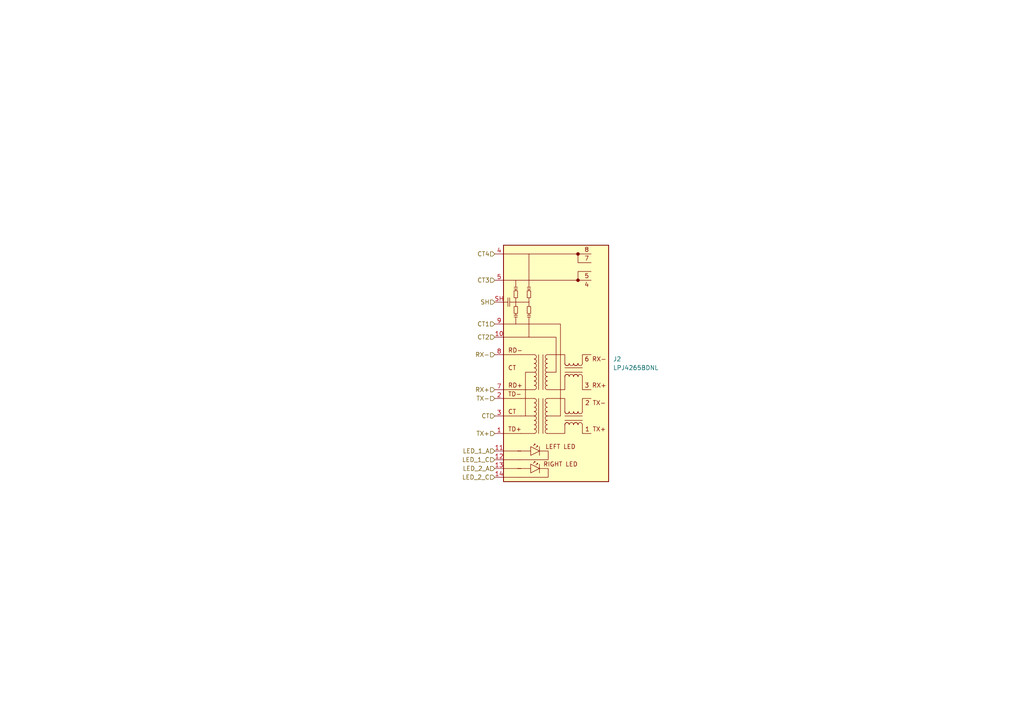
<source format=kicad_sch>
(kicad_sch (version 20230121) (generator eeschema)

  (uuid 1895faed-13c7-4877-930c-ef39a1d7419c)

  (paper "A4")

  (lib_symbols
    (symbol "b135:LPJ4265BDNL" (pin_names (offset 1.016) hide) (in_bom yes) (on_board yes)
      (property "Reference" "J" (at 0 -38.1 0)
        (effects (font (size 1.27 1.27)))
      )
      (property "Value" "LPJ4265BDNL" (at 0 -35.56 0)
        (effects (font (size 1.27 1.27)))
      )
      (property "Footprint" "b135:LPJ4265BDNL" (at 0 35.56 0)
        (effects (font (size 1.27 1.27)) hide)
      )
      (property "Datasheet" "" (at -3.81 -21.59 0)
        (effects (font (size 1.27 1.27)) hide)
      )
      (property "ki_keywords" "single port ethernet transformer poe center-tap" (at 0 0 0)
        (effects (font (size 1.27 1.27)) hide)
      )
      (property "ki_description" "LPJ4265BDNL" (at 0 0 0)
        (effects (font (size 1.27 1.27)) hide)
      )
      (property "ki_fp_filters" "RJ45*Abracon*ARJP11A?MA*" (at 0 0 0)
        (effects (font (size 1.27 1.27)) hide)
      )
      (symbol "LPJ4265BDNL_0_0"
        (rectangle (start -15.24 -34.29) (end 15.24 34.29)
          (stroke (width 0.254) (type default))
          (fill (type background))
        )
        (polyline
          (pts
            (xy -15.24 -33.02)
            (xy -10.16 -33.02)
          )
          (stroke (width 0) (type default))
          (fill (type none))
        )
        (polyline
          (pts
            (xy -15.24 -30.48)
            (xy -10.16 -30.48)
          )
          (stroke (width 0) (type default))
          (fill (type none))
        )
        (polyline
          (pts
            (xy -15.24 -27.94)
            (xy -10.16 -27.94)
          )
          (stroke (width 0) (type default))
          (fill (type none))
        )
        (polyline
          (pts
            (xy -15.24 -25.4)
            (xy -10.16 -25.4)
          )
          (stroke (width 0) (type default))
          (fill (type none))
        )
        (polyline
          (pts
            (xy -15.24 -20.32)
            (xy -10.16 -20.32)
          )
          (stroke (width 0) (type default))
          (fill (type none))
        )
        (polyline
          (pts
            (xy -15.24 -15.24)
            (xy -10.16 -15.24)
          )
          (stroke (width 0) (type default))
          (fill (type none))
        )
        (polyline
          (pts
            (xy -15.24 -10.16)
            (xy -10.16 -10.16)
          )
          (stroke (width 0) (type default))
          (fill (type none))
        )
        (polyline
          (pts
            (xy -15.24 -7.62)
            (xy -10.16 -7.62)
          )
          (stroke (width 0) (type default))
          (fill (type none))
        )
        (polyline
          (pts
            (xy -15.24 2.54)
            (xy -10.16 2.54)
          )
          (stroke (width 0) (type default))
          (fill (type none))
        )
        (polyline
          (pts
            (xy -15.24 24.13)
            (xy 10.16 24.13)
          )
          (stroke (width 0) (type default))
          (fill (type none))
        )
        (polyline
          (pts
            (xy -15.24 31.75)
            (xy 10.16 31.75)
          )
          (stroke (width 0) (type default))
          (fill (type none))
        )
        (polyline
          (pts
            (xy -11.176 -25.4)
            (xy -7.366 -25.4)
          )
          (stroke (width 0) (type default))
          (fill (type none))
        )
        (polyline
          (pts
            (xy 6.35 24.13)
            (xy 6.35 26.67)
            (xy 10.16 26.67)
          )
          (stroke (width 0) (type default))
          (fill (type none))
        )
        (polyline
          (pts
            (xy 6.35 31.75)
            (xy 6.35 29.21)
            (xy 10.16 29.21)
          )
          (stroke (width 0) (type default))
          (fill (type none))
        )
        (polyline
          (pts
            (xy -4.826 -25.4)
            (xy -2.286 -25.4)
            (xy -2.286 -27.94)
            (xy -11.176 -27.94)
          )
          (stroke (width 0) (type default))
          (fill (type none))
        )
        (text "1 TX+" (at 11.43 -19.05 0)
          (effects (font (size 1.27 1.27)))
        )
        (text "2 TX-" (at 11.43 -11.43 0)
          (effects (font (size 1.27 1.27)))
        )
        (text "3 RX+" (at 11.43 -6.35 0)
          (effects (font (size 1.27 1.27)))
        )
        (text "4" (at 8.89 22.86 0)
          (effects (font (size 1.27 1.27)))
        )
        (text "5" (at 8.89 25.4 0)
          (effects (font (size 1.27 1.27)))
        )
        (text "6 RX-" (at 11.43 1.27 0)
          (effects (font (size 1.27 1.27)))
        )
        (text "7" (at 8.89 30.48 0)
          (effects (font (size 1.27 1.27)))
        )
        (text "8" (at 8.89 33.02 0)
          (effects (font (size 1.27 1.27)))
        )
        (text "CT" (at -13.97 -1.27 0)
          (effects (font (size 1.27 1.27)) (justify left))
        )
        (text "LEFT LED" (at 1.27 -24.13 0)
          (effects (font (size 1.27 1.27)))
        )
        (text "RD-" (at -13.97 3.81 0)
          (effects (font (size 1.27 1.27)) (justify left))
        )
      )
      (symbol "LPJ4265BDNL_0_1"
        (arc (start -6.35 -16.51) (mid -5.7177 -15.875) (end -6.35 -15.24)
          (stroke (width 0) (type default))
          (fill (type none))
        )
        (arc (start -6.35 -15.24) (mid -5.7177 -14.605) (end -6.35 -13.97)
          (stroke (width 0) (type default))
          (fill (type none))
        )
        (arc (start -6.35 -13.97) (mid -6.35 -13.97) (end -6.35 -13.97)
          (stroke (width 0) (type default))
          (fill (type none))
        )
        (arc (start -6.35 -11.43) (mid -5.7177 -10.795) (end -6.35 -10.16)
          (stroke (width 0) (type default))
          (fill (type none))
        )
        (polyline
          (pts
            (xy -15.24 17.78)
            (xy -13.97 17.78)
          )
          (stroke (width 0) (type default))
          (fill (type none))
        )
        (polyline
          (pts
            (xy -13.97 19.05)
            (xy -13.97 16.51)
          )
          (stroke (width 0) (type default))
          (fill (type none))
        )
        (polyline
          (pts
            (xy -13.462 17.78)
            (xy -7.874 17.78)
          )
          (stroke (width 0) (type default))
          (fill (type none))
        )
        (polyline
          (pts
            (xy -13.462 19.05)
            (xy -13.462 16.51)
          )
          (stroke (width 0) (type default))
          (fill (type none))
        )
        (polyline
          (pts
            (xy -12.192 22.098)
            (xy -11.176 22.098)
          )
          (stroke (width 0) (type default))
          (fill (type none))
        )
        (polyline
          (pts
            (xy -11.684 13.462)
            (xy -11.684 11.43)
          )
          (stroke (width 0) (type default))
          (fill (type none))
        )
        (polyline
          (pts
            (xy -11.684 22.098)
            (xy -11.684 24.13)
          )
          (stroke (width 0) (type default))
          (fill (type none))
        )
        (polyline
          (pts
            (xy -11.176 13.462)
            (xy -12.192 13.462)
          )
          (stroke (width 0) (type default))
          (fill (type none))
        )
        (polyline
          (pts
            (xy -8.382 22.098)
            (xy -7.366 22.098)
          )
          (stroke (width 0) (type default))
          (fill (type none))
        )
        (polyline
          (pts
            (xy -7.874 13.462)
            (xy -7.874 7.62)
          )
          (stroke (width 0) (type default))
          (fill (type none))
        )
        (polyline
          (pts
            (xy -7.874 22.098)
            (xy -7.874 31.75)
          )
          (stroke (width 0) (type default))
          (fill (type none))
        )
        (polyline
          (pts
            (xy -7.366 13.462)
            (xy -8.382 13.462)
          )
          (stroke (width 0) (type default))
          (fill (type none))
        )
        (polyline
          (pts
            (xy -6.35 -20.32)
            (xy -10.16 -20.32)
          )
          (stroke (width 0) (type default))
          (fill (type none))
        )
        (polyline
          (pts
            (xy -6.35 -15.24)
            (xy -10.16 -15.24)
          )
          (stroke (width 0) (type default))
          (fill (type none))
        )
        (polyline
          (pts
            (xy -6.35 -10.16)
            (xy -10.16 -10.16)
          )
          (stroke (width 0) (type default))
          (fill (type none))
        )
        (polyline
          (pts
            (xy -6.35 -7.62)
            (xy -10.16 -7.62)
          )
          (stroke (width 0) (type default))
          (fill (type none))
        )
        (polyline
          (pts
            (xy -6.35 2.54)
            (xy -10.16 2.54)
          )
          (stroke (width 0) (type default))
          (fill (type none))
        )
        (polyline
          (pts
            (xy -6.096 -28.448)
            (xy -6.35 -28.448)
          )
          (stroke (width 0) (type default))
          (fill (type none))
        )
        (polyline
          (pts
            (xy -5.334 -28.956)
            (xy -5.588 -28.956)
          )
          (stroke (width 0) (type default))
          (fill (type none))
        )
        (polyline
          (pts
            (xy -4.826 -24.13)
            (xy -4.826 -26.67)
          )
          (stroke (width 0) (type default))
          (fill (type none))
        )
        (polyline
          (pts
            (xy -2.54 -15.24)
            (xy 1.27 -15.24)
          )
          (stroke (width 0) (type default))
          (fill (type none))
        )
        (polyline
          (pts
            (xy -6.604 -28.956)
            (xy -6.096 -28.448)
            (xy -6.096 -28.702)
          )
          (stroke (width 0) (type default))
          (fill (type none))
        )
        (polyline
          (pts
            (xy -6.35 -2.54)
            (xy -8.89 -2.54)
            (xy -8.89 -15.24)
          )
          (stroke (width 0) (type default))
          (fill (type none))
        )
        (polyline
          (pts
            (xy -5.842 -29.464)
            (xy -5.334 -28.956)
            (xy -5.334 -29.21)
          )
          (stroke (width 0) (type default))
          (fill (type none))
        )
        (polyline
          (pts
            (xy -2.54 -2.54)
            (xy -1.27 -2.54)
            (xy 0 -2.54)
          )
          (stroke (width 0) (type default))
          (fill (type none))
        )
        (polyline
          (pts
            (xy 0 -2.54)
            (xy 0 7.62)
            (xy -15.24 7.62)
          )
          (stroke (width 0) (type default))
          (fill (type none))
        )
        (polyline
          (pts
            (xy 1.27 -15.24)
            (xy 1.27 11.43)
            (xy -15.24 11.43)
          )
          (stroke (width 0) (type default))
          (fill (type none))
        )
        (polyline
          (pts
            (xy -11.684 14.478)
            (xy -11.684 13.97)
            (xy -12.192 13.97)
            (xy -11.176 13.97)
          )
          (stroke (width 0) (type default))
          (fill (type none))
        )
        (polyline
          (pts
            (xy -11.684 21.082)
            (xy -11.684 21.59)
            (xy -11.176 21.59)
            (xy -12.192 21.59)
          )
          (stroke (width 0) (type default))
          (fill (type none))
        )
        (polyline
          (pts
            (xy -7.874 14.478)
            (xy -7.874 13.97)
            (xy -8.382 13.97)
            (xy -7.366 13.97)
          )
          (stroke (width 0) (type default))
          (fill (type none))
        )
        (polyline
          (pts
            (xy -7.874 21.082)
            (xy -7.874 21.59)
            (xy -7.366 21.59)
            (xy -8.382 21.59)
          )
          (stroke (width 0) (type default))
          (fill (type none))
        )
        (polyline
          (pts
            (xy -7.366 -24.13)
            (xy -7.366 -26.67)
            (xy -4.826 -25.4)
            (xy -7.366 -24.13)
          )
          (stroke (width 0) (type default))
          (fill (type none))
        )
        (polyline
          (pts
            (xy -11.684 17.78)
            (xy -11.684 16.51)
            (xy -11.176 16.51)
            (xy -11.176 14.478)
            (xy -12.192 14.478)
            (xy -12.192 16.51)
            (xy -11.684 16.51)
          )
          (stroke (width 0) (type default))
          (fill (type none))
        )
        (polyline
          (pts
            (xy -11.684 17.78)
            (xy -11.684 19.05)
            (xy -12.192 19.05)
            (xy -12.192 21.082)
            (xy -11.176 21.082)
            (xy -11.176 19.05)
            (xy -11.684 19.05)
          )
          (stroke (width 0) (type default))
          (fill (type none))
        )
        (polyline
          (pts
            (xy -7.874 17.78)
            (xy -7.874 16.51)
            (xy -7.366 16.51)
            (xy -7.366 14.478)
            (xy -8.382 14.478)
            (xy -8.382 16.51)
            (xy -7.874 16.51)
          )
          (stroke (width 0) (type default))
          (fill (type none))
        )
        (polyline
          (pts
            (xy -7.874 17.78)
            (xy -7.874 19.05)
            (xy -8.382 19.05)
            (xy -8.382 21.082)
            (xy -7.366 21.082)
            (xy -7.366 19.05)
            (xy -7.874 19.05)
          )
          (stroke (width 0) (type default))
          (fill (type none))
        )
      )
      (symbol "LPJ4265BDNL_1_1"
        (arc (start -6.35 -20.32) (mid -5.7177 -19.685) (end -6.35 -19.05)
          (stroke (width 0) (type default))
          (fill (type none))
        )
        (arc (start -6.35 -19.05) (mid -5.7177 -18.415) (end -6.35 -17.78)
          (stroke (width 0) (type default))
          (fill (type none))
        )
        (arc (start -6.35 -17.78) (mid -6.35 -17.78) (end -6.35 -17.78)
          (stroke (width 0) (type default))
          (fill (type none))
        )
        (arc (start -6.35 -17.78) (mid -5.7177 -17.145) (end -6.35 -16.51)
          (stroke (width 0) (type default))
          (fill (type none))
        )
        (arc (start -6.35 -13.97) (mid -5.7177 -13.335) (end -6.35 -12.7)
          (stroke (width 0) (type default))
          (fill (type none))
        )
        (arc (start -6.35 -12.7) (mid -5.7177 -12.065) (end -6.35 -11.43)
          (stroke (width 0) (type default))
          (fill (type none))
        )
        (arc (start -6.35 -7.62) (mid -5.7177 -6.985) (end -6.35 -6.35)
          (stroke (width 0) (type default))
          (fill (type none))
        )
        (arc (start -6.35 -6.35) (mid -5.7177 -5.715) (end -6.35 -5.08)
          (stroke (width 0) (type default))
          (fill (type none))
        )
        (arc (start -6.35 -5.08) (mid -6.35 -5.08) (end -6.35 -5.08)
          (stroke (width 0) (type default))
          (fill (type none))
        )
        (arc (start -6.35 -5.08) (mid -5.7177 -4.445) (end -6.35 -3.81)
          (stroke (width 0) (type default))
          (fill (type none))
        )
        (arc (start -6.35 -3.81) (mid -6.35 -3.81) (end -6.35 -3.81)
          (stroke (width 0) (type default))
          (fill (type none))
        )
        (arc (start -6.35 -3.81) (mid -5.7177 -3.175) (end -6.35 -2.54)
          (stroke (width 0) (type default))
          (fill (type none))
        )
        (arc (start -6.35 -2.54) (mid -5.7177 -1.905) (end -6.35 -1.27)
          (stroke (width 0) (type default))
          (fill (type none))
        )
        (arc (start -6.35 -1.27) (mid -5.7177 -0.635) (end -6.35 0)
          (stroke (width 0) (type default))
          (fill (type none))
        )
        (arc (start -6.35 0) (mid -5.7177 0.635) (end -6.35 1.27)
          (stroke (width 0) (type default))
          (fill (type none))
        )
        (arc (start -6.35 1.27) (mid -6.35 1.27) (end -6.35 1.27)
          (stroke (width 0) (type default))
          (fill (type none))
        )
        (arc (start -6.35 1.27) (mid -5.7177 1.905) (end -6.35 2.54)
          (stroke (width 0) (type default))
          (fill (type none))
        )
        (arc (start -2.54 -19.05) (mid -3.1723 -19.685) (end -2.54 -20.32)
          (stroke (width 0) (type default))
          (fill (type none))
        )
        (arc (start -2.54 -19.05) (mid -2.54 -19.05) (end -2.54 -19.05)
          (stroke (width 0) (type default))
          (fill (type none))
        )
        (arc (start -2.54 -17.78) (mid -3.1723 -18.415) (end -2.54 -19.05)
          (stroke (width 0) (type default))
          (fill (type none))
        )
        (arc (start -2.54 -16.51) (mid -3.1723 -17.145) (end -2.54 -17.78)
          (stroke (width 0) (type default))
          (fill (type none))
        )
        (arc (start -2.54 -15.24) (mid -3.1723 -15.875) (end -2.54 -16.51)
          (stroke (width 0) (type default))
          (fill (type none))
        )
        (arc (start -2.54 -15.24) (mid -2.54 -15.24) (end -2.54 -15.24)
          (stroke (width 0) (type default))
          (fill (type none))
        )
        (arc (start -2.54 -13.97) (mid -3.1723 -14.605) (end -2.54 -15.24)
          (stroke (width 0) (type default))
          (fill (type none))
        )
        (arc (start -2.54 -12.7) (mid -3.1723 -13.335) (end -2.54 -13.97)
          (stroke (width 0) (type default))
          (fill (type none))
        )
        (arc (start -2.54 -11.43) (mid -3.1723 -12.065) (end -2.54 -12.7)
          (stroke (width 0) (type default))
          (fill (type none))
        )
        (arc (start -2.54 -10.16) (mid -3.1723 -10.795) (end -2.54 -11.43)
          (stroke (width 0) (type default))
          (fill (type none))
        )
        (arc (start -2.54 -6.35) (mid -3.1723 -6.985) (end -2.54 -7.62)
          (stroke (width 0) (type default))
          (fill (type none))
        )
        (arc (start -2.54 -6.35) (mid -2.54 -6.35) (end -2.54 -6.35)
          (stroke (width 0) (type default))
          (fill (type none))
        )
        (arc (start -2.54 -5.08) (mid -3.1723 -5.715) (end -2.54 -6.35)
          (stroke (width 0) (type default))
          (fill (type none))
        )
        (arc (start -2.54 -3.81) (mid -3.1723 -4.445) (end -2.54 -5.08)
          (stroke (width 0) (type default))
          (fill (type none))
        )
        (arc (start -2.54 -3.81) (mid -2.54 -3.81) (end -2.54 -3.81)
          (stroke (width 0) (type default))
          (fill (type none))
        )
        (arc (start -2.54 -2.54) (mid -3.1723 -3.175) (end -2.54 -3.81)
          (stroke (width 0) (type default))
          (fill (type none))
        )
        (arc (start -2.54 -1.27) (mid -3.1723 -1.905) (end -2.54 -2.54)
          (stroke (width 0) (type default))
          (fill (type none))
        )
        (arc (start -2.54 0) (mid -3.1723 -0.635) (end -2.54 -1.27)
          (stroke (width 0) (type default))
          (fill (type none))
        )
        (arc (start -2.54 0) (mid -2.54 0) (end -2.54 0)
          (stroke (width 0) (type default))
          (fill (type none))
        )
        (arc (start -2.54 1.27) (mid -3.1723 0.635) (end -2.54 0)
          (stroke (width 0) (type default))
          (fill (type none))
        )
        (arc (start -2.54 2.54) (mid -3.1723 1.905) (end -2.54 1.27)
          (stroke (width 0) (type default))
          (fill (type none))
        )
        (polyline
          (pts
            (xy -11.176 -30.48)
            (xy -7.366 -30.48)
          )
          (stroke (width 0) (type default))
          (fill (type none))
        )
        (polyline
          (pts
            (xy -6.096 -23.368)
            (xy -6.35 -23.368)
          )
          (stroke (width 0) (type default))
          (fill (type none))
        )
        (polyline
          (pts
            (xy -5.334 -23.876)
            (xy -5.588 -23.876)
          )
          (stroke (width 0) (type default))
          (fill (type none))
        )
        (polyline
          (pts
            (xy -5.08 -10.16)
            (xy -5.08 -20.32)
          )
          (stroke (width 0) (type default))
          (fill (type none))
        )
        (polyline
          (pts
            (xy -5.08 2.54)
            (xy -5.08 -7.62)
          )
          (stroke (width 0) (type default))
          (fill (type none))
        )
        (polyline
          (pts
            (xy -4.826 -29.21)
            (xy -4.826 -31.75)
          )
          (stroke (width 0) (type default))
          (fill (type none))
        )
        (polyline
          (pts
            (xy -3.81 -20.32)
            (xy -3.81 -10.16)
          )
          (stroke (width 0) (type default))
          (fill (type none))
        )
        (polyline
          (pts
            (xy -3.81 -7.62)
            (xy -3.81 2.54)
          )
          (stroke (width 0) (type default))
          (fill (type none))
        )
        (polyline
          (pts
            (xy 2.54 -16.51)
            (xy 7.62 -16.51)
          )
          (stroke (width 0) (type default))
          (fill (type none))
        )
        (polyline
          (pts
            (xy 2.54 -2.54)
            (xy 7.62 -2.54)
          )
          (stroke (width 0) (type default))
          (fill (type none))
        )
        (polyline
          (pts
            (xy 7.62 -15.24)
            (xy 2.54 -15.24)
          )
          (stroke (width 0) (type default))
          (fill (type none))
        )
        (polyline
          (pts
            (xy 7.62 -1.27)
            (xy 2.54 -1.27)
          )
          (stroke (width 0) (type default))
          (fill (type none))
        )
        (polyline
          (pts
            (xy -6.604 -23.876)
            (xy -6.096 -23.368)
            (xy -6.096 -23.622)
          )
          (stroke (width 0) (type default))
          (fill (type none))
        )
        (polyline
          (pts
            (xy -5.842 -24.384)
            (xy -5.334 -23.876)
            (xy -5.334 -24.13)
          )
          (stroke (width 0) (type default))
          (fill (type none))
        )
        (polyline
          (pts
            (xy -2.54 -10.16)
            (xy 2.54 -10.16)
            (xy 2.54 -13.97)
          )
          (stroke (width 0) (type default))
          (fill (type none))
        )
        (polyline
          (pts
            (xy -2.54 -7.62)
            (xy 2.54 -7.62)
            (xy 2.54 -3.81)
          )
          (stroke (width 0) (type default))
          (fill (type none))
        )
        (polyline
          (pts
            (xy -2.54 2.54)
            (xy 2.54 2.54)
            (xy 2.54 0)
          )
          (stroke (width 0) (type default))
          (fill (type none))
        )
        (polyline
          (pts
            (xy 2.54 -17.78)
            (xy 2.54 -20.32)
            (xy -2.54 -20.32)
          )
          (stroke (width 0) (type default))
          (fill (type none))
        )
        (polyline
          (pts
            (xy 7.62 -17.78)
            (xy 7.62 -20.32)
            (xy 10.16 -20.32)
          )
          (stroke (width 0) (type default))
          (fill (type none))
        )
        (polyline
          (pts
            (xy 7.62 -13.97)
            (xy 7.62 -10.16)
            (xy 10.16 -10.16)
          )
          (stroke (width 0) (type default))
          (fill (type none))
        )
        (polyline
          (pts
            (xy 7.62 -3.81)
            (xy 7.62 -7.62)
            (xy 10.16 -7.62)
          )
          (stroke (width 0) (type default))
          (fill (type none))
        )
        (polyline
          (pts
            (xy 7.62 0)
            (xy 7.62 2.54)
            (xy 10.16 2.54)
          )
          (stroke (width 0) (type default))
          (fill (type none))
        )
        (polyline
          (pts
            (xy -7.366 -29.21)
            (xy -7.366 -31.75)
            (xy -4.826 -30.48)
            (xy -7.366 -29.21)
          )
          (stroke (width 0) (type default))
          (fill (type none))
        )
        (polyline
          (pts
            (xy -4.826 -30.48)
            (xy -2.286 -30.48)
            (xy -2.286 -33.02)
            (xy -11.176 -33.02)
          )
          (stroke (width 0) (type default))
          (fill (type none))
        )
        (arc (start 2.54 -17.78) (mid 2.54 -17.78) (end 2.54 -17.78)
          (stroke (width 0) (type default))
          (fill (type none))
        )
        (arc (start 2.54 -13.97) (mid 3.175 -14.6023) (end 3.81 -13.97)
          (stroke (width 0) (type default))
          (fill (type none))
        )
        (arc (start 2.54 -13.97) (mid 3.175 -14.6023) (end 3.81 -13.97)
          (stroke (width 0) (type default))
          (fill (type none))
        )
        (arc (start 2.54 -3.81) (mid 2.54 -3.81) (end 2.54 -3.81)
          (stroke (width 0) (type default))
          (fill (type none))
        )
        (arc (start 2.54 0) (mid 3.175 -0.6323) (end 3.81 0)
          (stroke (width 0) (type default))
          (fill (type none))
        )
        (arc (start 2.54 0) (mid 3.175 -0.6323) (end 3.81 0)
          (stroke (width 0) (type default))
          (fill (type none))
        )
        (arc (start 3.81 -17.78) (mid 3.175 -17.1477) (end 2.54 -17.78)
          (stroke (width 0) (type default))
          (fill (type none))
        )
        (arc (start 3.81 -17.78) (mid 3.175 -17.1477) (end 2.54 -17.78)
          (stroke (width 0) (type default))
          (fill (type none))
        )
        (arc (start 3.81 -13.97) (mid 3.81 -13.97) (end 3.81 -13.97)
          (stroke (width 0) (type default))
          (fill (type none))
        )
        (arc (start 3.81 -13.97) (mid 4.445 -14.6023) (end 5.08 -13.97)
          (stroke (width 0) (type default))
          (fill (type none))
        )
        (arc (start 3.81 -3.81) (mid 3.175 -3.1777) (end 2.54 -3.81)
          (stroke (width 0) (type default))
          (fill (type none))
        )
        (arc (start 3.81 -3.81) (mid 3.175 -3.1777) (end 2.54 -3.81)
          (stroke (width 0) (type default))
          (fill (type none))
        )
        (arc (start 3.81 0) (mid 3.81 0) (end 3.81 0)
          (stroke (width 0) (type default))
          (fill (type none))
        )
        (arc (start 3.81 0) (mid 4.445 -0.6323) (end 5.08 0)
          (stroke (width 0) (type default))
          (fill (type none))
        )
        (arc (start 5.08 -17.78) (mid 4.445 -17.1477) (end 3.81 -17.78)
          (stroke (width 0) (type default))
          (fill (type none))
        )
        (arc (start 5.08 -17.78) (mid 5.08 -17.78) (end 5.08 -17.78)
          (stroke (width 0) (type default))
          (fill (type none))
        )
        (arc (start 5.08 -13.97) (mid 5.715 -14.6023) (end 6.35 -13.97)
          (stroke (width 0) (type default))
          (fill (type none))
        )
        (arc (start 5.08 -13.97) (mid 5.715 -14.6023) (end 6.35 -13.97)
          (stroke (width 0) (type default))
          (fill (type none))
        )
        (arc (start 5.08 -3.81) (mid 4.445 -3.1777) (end 3.81 -3.81)
          (stroke (width 0) (type default))
          (fill (type none))
        )
        (arc (start 5.08 -3.81) (mid 5.08 -3.81) (end 5.08 -3.81)
          (stroke (width 0) (type default))
          (fill (type none))
        )
        (arc (start 5.08 0) (mid 5.715 -0.6323) (end 6.35 0)
          (stroke (width 0) (type default))
          (fill (type none))
        )
        (arc (start 5.08 0) (mid 5.715 -0.6323) (end 6.35 0)
          (stroke (width 0) (type default))
          (fill (type none))
        )
        (arc (start 6.35 -17.78) (mid 5.715 -17.1477) (end 5.08 -17.78)
          (stroke (width 0) (type default))
          (fill (type none))
        )
        (arc (start 6.35 -17.78) (mid 5.715 -17.1477) (end 5.08 -17.78)
          (stroke (width 0) (type default))
          (fill (type none))
        )
        (arc (start 6.35 -13.97) (mid 6.35 -13.97) (end 6.35 -13.97)
          (stroke (width 0) (type default))
          (fill (type none))
        )
        (arc (start 6.35 -13.97) (mid 6.985 -14.6023) (end 7.62 -13.97)
          (stroke (width 0) (type default))
          (fill (type none))
        )
        (arc (start 6.35 -3.81) (mid 5.715 -3.1777) (end 5.08 -3.81)
          (stroke (width 0) (type default))
          (fill (type none))
        )
        (arc (start 6.35 -3.81) (mid 5.715 -3.1777) (end 5.08 -3.81)
          (stroke (width 0) (type default))
          (fill (type none))
        )
        (arc (start 6.35 0) (mid 6.35 0) (end 6.35 0)
          (stroke (width 0) (type default))
          (fill (type none))
        )
        (arc (start 6.35 0) (mid 6.985 -0.6323) (end 7.62 0)
          (stroke (width 0) (type default))
          (fill (type none))
        )
        (circle (center 6.35 24.13) (radius 0.0001)
          (stroke (width 0.508) (type default))
          (fill (type none))
        )
        (circle (center 6.35 31.75) (radius 0.0001)
          (stroke (width 0.508) (type default))
          (fill (type none))
        )
        (arc (start 7.62 -17.78) (mid 6.985 -17.1477) (end 6.35 -17.78)
          (stroke (width 0) (type default))
          (fill (type none))
        )
        (arc (start 7.62 -3.81) (mid 6.985 -3.1777) (end 6.35 -3.81)
          (stroke (width 0) (type default))
          (fill (type none))
        )
        (text "CT" (at -13.97 -13.97 0)
          (effects (font (size 1.27 1.27)) (justify left))
        )
        (text "RD+" (at -13.97 -6.35 0)
          (effects (font (size 1.27 1.27)) (justify left))
        )
        (text "RIGHT LED" (at 1.27 -29.21 0)
          (effects (font (size 1.27 1.27)))
        )
        (text "TD+" (at -13.97 -19.05 0)
          (effects (font (size 1.27 1.27)) (justify left))
        )
        (text "TD-" (at -13.97 -8.89 0)
          (effects (font (size 1.27 1.27)) (justify left))
        )
        (pin passive line (at -17.78 -20.32 0) (length 2.54)
          (name "TD+" (effects (font (size 1.27 1.27))))
          (number "1" (effects (font (size 1.27 1.27))))
        )
        (pin passive line (at -17.78 7.62 0) (length 2.54)
          (name "10" (effects (font (size 1.27 1.27))))
          (number "10" (effects (font (size 1.27 1.27))))
        )
        (pin passive line (at -17.78 -25.4 0) (length 2.54)
          (name "LLED+" (effects (font (size 1.27 1.27))))
          (number "11" (effects (font (size 1.27 1.27))))
        )
        (pin passive line (at -17.78 -27.94 0) (length 2.54)
          (name "LLED-" (effects (font (size 1.27 1.27))))
          (number "12" (effects (font (size 1.27 1.27))))
        )
        (pin passive line (at -17.78 -30.48 0) (length 2.54)
          (name "RLED+" (effects (font (size 1.27 1.27))))
          (number "13" (effects (font (size 1.27 1.27))))
        )
        (pin passive line (at -17.78 -33.02 0) (length 2.54)
          (name "RLED-" (effects (font (size 1.27 1.27))))
          (number "14" (effects (font (size 1.27 1.27))))
        )
        (pin passive line (at -17.78 -10.16 0) (length 2.54)
          (name "TD-" (effects (font (size 1.27 1.27))))
          (number "2" (effects (font (size 1.27 1.27))))
        )
        (pin passive line (at -17.78 -15.24 0) (length 2.54)
          (name "CT" (effects (font (size 1.27 1.27))))
          (number "3" (effects (font (size 1.27 1.27))))
        )
        (pin passive line (at -17.78 31.75 0) (length 2.54)
          (name "4" (effects (font (size 1.27 1.27))))
          (number "4" (effects (font (size 1.27 1.27))))
        )
        (pin passive line (at -17.78 24.13 0) (length 2.54)
          (name "5" (effects (font (size 1.27 1.27))))
          (number "5" (effects (font (size 1.27 1.27))))
        )
        (pin passive line (at -17.78 -7.62 0) (length 2.54)
          (name "RD+" (effects (font (size 1.27 1.27))))
          (number "7" (effects (font (size 1.27 1.27))))
        )
        (pin passive line (at -17.78 2.54 0) (length 2.54)
          (name "RD-" (effects (font (size 1.27 1.27))))
          (number "8" (effects (font (size 1.27 1.27))))
        )
        (pin passive line (at -17.78 11.43 0) (length 2.54)
          (name "9" (effects (font (size 1.27 1.27))))
          (number "9" (effects (font (size 1.27 1.27))))
        )
        (pin passive line (at -17.78 17.78 0) (length 2.54)
          (name "SH" (effects (font (size 1.27 1.27))))
          (number "SH" (effects (font (size 1.27 1.27))))
        )
      )
    )
  )


  (hierarchical_label "CT2" (shape input) (at 143.51 97.79 180) (fields_autoplaced)
    (effects (font (size 1.27 1.27)) (justify right))
    (uuid 30266ab0-281d-4116-9386-19fe3cb28ed3)
  )
  (hierarchical_label "CT1" (shape input) (at 143.51 93.98 180) (fields_autoplaced)
    (effects (font (size 1.27 1.27)) (justify right))
    (uuid 44f9dd96-6ca5-4fa7-8997-8fbb02441ff1)
  )
  (hierarchical_label "CT4" (shape input) (at 143.51 73.66 180) (fields_autoplaced)
    (effects (font (size 1.27 1.27)) (justify right))
    (uuid 4e79c263-7657-4b64-ae2d-8f69ff98736d)
  )
  (hierarchical_label "LED_1_C" (shape input) (at 143.51 133.35 180) (fields_autoplaced)
    (effects (font (size 1.27 1.27)) (justify right))
    (uuid 55b1d2ae-1c6c-4668-a7f4-27c91fc49e53)
  )
  (hierarchical_label "TX+" (shape input) (at 143.51 125.73 180) (fields_autoplaced)
    (effects (font (size 1.27 1.27)) (justify right))
    (uuid 70a42115-173b-4a3b-926c-a2122afb4518)
  )
  (hierarchical_label "LED_2_C" (shape input) (at 143.51 138.43 180) (fields_autoplaced)
    (effects (font (size 1.27 1.27)) (justify right))
    (uuid 75a59028-3f78-4d2b-86ff-e0781fb8efcf)
  )
  (hierarchical_label "LED_2_A" (shape input) (at 143.51 135.89 180) (fields_autoplaced)
    (effects (font (size 1.27 1.27)) (justify right))
    (uuid 8d7e20e5-47e6-4474-8c1d-cd96c0e7afd6)
  )
  (hierarchical_label "RX-" (shape input) (at 143.51 102.87 180) (fields_autoplaced)
    (effects (font (size 1.27 1.27)) (justify right))
    (uuid c5f1bc93-e859-40dc-beb1-64d1d76ca019)
  )
  (hierarchical_label "CT3" (shape input) (at 143.51 81.28 180) (fields_autoplaced)
    (effects (font (size 1.27 1.27)) (justify right))
    (uuid ca9a527e-776e-48eb-8be3-6ca29a24b221)
  )
  (hierarchical_label "LED_1_A" (shape input) (at 143.51 130.81 180) (fields_autoplaced)
    (effects (font (size 1.27 1.27)) (justify right))
    (uuid cc55bfcf-57eb-43d1-9121-98e2ad47033c)
  )
  (hierarchical_label "TX-" (shape input) (at 143.51 115.57 180) (fields_autoplaced)
    (effects (font (size 1.27 1.27)) (justify right))
    (uuid da8561d1-711c-4448-9e60-6f097e8f194d)
  )
  (hierarchical_label "SH" (shape input) (at 143.51 87.63 180) (fields_autoplaced)
    (effects (font (size 1.27 1.27)) (justify right))
    (uuid e70ef78d-89fc-4cd5-b92e-c8984843d02d)
  )
  (hierarchical_label "CT" (shape input) (at 143.51 120.65 180) (fields_autoplaced)
    (effects (font (size 1.27 1.27)) (justify right))
    (uuid f3b9193f-e353-4f41-8f56-1f41b6d3f904)
  )
  (hierarchical_label "RX+" (shape input) (at 143.51 113.03 180) (fields_autoplaced)
    (effects (font (size 1.27 1.27)) (justify right))
    (uuid ff3262c8-8df7-4530-8600-772881014e42)
  )

  (symbol (lib_id "b135:LPJ4265BDNL") (at 161.29 105.41 0) (unit 1)
    (in_bom yes) (on_board yes) (dnp no) (fields_autoplaced)
    (uuid 1e9ec294-a74b-4fdd-974b-73fe9b2595ad)
    (property "Reference" "J2" (at 177.8 104.1399 0)
      (effects (font (size 1.27 1.27)) (justify left))
    )
    (property "Value" "LPJ4265BDNL" (at 177.8 106.6799 0)
      (effects (font (size 1.27 1.27)) (justify left))
    )
    (property "Footprint" "b135:LPJ4265BDNL" (at 161.29 69.85 0)
      (effects (font (size 1.27 1.27)) hide)
    )
    (property "Datasheet" "https://www.l-p.com/file/datasheet/lpj4265bdnl.pdf" (at 157.48 127 0)
      (effects (font (size 1.27 1.27)) hide)
    )
    (property "MPN" "LPJ4265BDNL" (at 161.29 105.41 0)
      (effects (font (size 1.27 1.27)) hide)
    )
    (pin "1" (uuid 7dffd9cd-e788-4257-bb3b-514b7a5771b7))
    (pin "10" (uuid 1f5e787c-92e7-4a91-823b-d1094bbeac66))
    (pin "11" (uuid 3e242ba5-d25d-4f52-8140-14dbf26ebc40))
    (pin "12" (uuid af1afb17-1f0a-4acb-b536-873137bfd20e))
    (pin "13" (uuid 9ab4f2c5-ccc0-4d1f-8d5e-8e60654a90e8))
    (pin "14" (uuid 4635adc1-f47d-477e-b0c5-8ad2b16f8bda))
    (pin "2" (uuid 86b9f2f1-d32b-4c7f-835a-4702f5814513))
    (pin "3" (uuid 08dd6822-09c2-4e8b-b338-624e26ad436b))
    (pin "4" (uuid 6dd664e2-4be1-4267-a19e-9f4523d9b5f8))
    (pin "5" (uuid bf308710-dac8-482c-a1ca-56e5ef8b6cf2))
    (pin "7" (uuid 85813325-0570-4d02-980f-ad84db2dcad8))
    (pin "8" (uuid 101370eb-d42e-459c-b8ae-df2eebc581da))
    (pin "9" (uuid 5b0110d4-4934-4cc2-89f5-15f84df2fa21))
    (pin "SH" (uuid 48abd3ce-f6f0-4c96-a19b-71ce3dcff361))
    (instances
      (project "board"
        (path "/57732dd3-1162-4c3f-88bd-31bf473d124d/c5ffe30d-7e51-4dad-b268-ea446309615a"
          (reference "J2") (unit 1)
        )
      )
    )
  )
)

</source>
